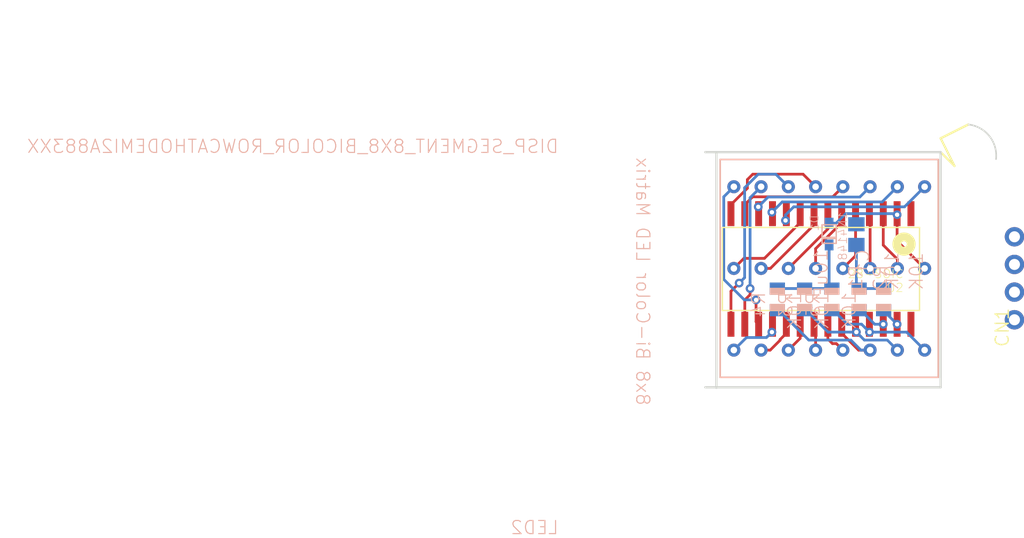
<source format=kicad_pcb>
(kicad_pcb (version 20171130) (host pcbnew "(5.0.0-rc2-dev-623-g26197c333)")

  (general
    (thickness 1.6)
    (drawings 21)
    (tracks 135)
    (zones 0)
    (modules 10)
    (nets 30)
  )

  (page A4)
  (layers
    (0 Top signal)
    (1 Route2 signal)
    (2 Route3 signal)
    (3 Route4 signal)
    (4 Route5 signal)
    (5 Route6 signal)
    (6 Route7 signal)
    (7 Route8 signal)
    (8 Route9 signal)
    (9 Route10 signal)
    (10 Route11 signal)
    (11 Route12 signal)
    (12 Route13 signal)
    (13 Route14 signal)
    (14 Route15 signal)
    (31 Bottom signal)
    (32 B.Adhes user hide)
    (33 F.Adhes user hide)
    (34 B.Paste user hide)
    (35 F.Paste user hide)
    (36 B.SilkS user)
    (37 F.SilkS user hide)
    (38 B.Mask user hide)
    (39 F.Mask user hide)
    (40 Dwgs.User user hide)
    (41 Cmts.User user hide)
    (42 Eco1.User user hide)
    (43 Eco2.User user hide)
    (44 Edge.Cuts user hide)
    (45 Margin user hide)
    (46 B.CrtYd user hide)
    (47 F.CrtYd user hide)
    (48 B.Fab user hide)
    (49 F.Fab user hide)
  )

  (setup
    (last_trace_width 0.25)
    (trace_clearance 0.2)
    (zone_clearance 0.508)
    (zone_45_only no)
    (trace_min 0.2)
    (segment_width 0.2)
    (edge_width 0.15)
    (via_size 0.8)
    (via_drill 0.4)
    (via_min_size 0.4)
    (via_min_drill 0.3)
    (uvia_size 0.3)
    (uvia_drill 0.1)
    (uvias_allowed no)
    (uvia_min_size 0.2)
    (uvia_min_drill 0.1)
    (pcb_text_width 0.3)
    (pcb_text_size 1.5 1.5)
    (mod_edge_width 0.15)
    (mod_text_size 1 1)
    (mod_text_width 0.15)
    (pad_size 1.524 1.524)
    (pad_drill 0.762)
    (pad_to_mask_clearance 0.2)
    (aux_axis_origin 0 0)
    (visible_elements 7FFFFFFF)
    (pcbplotparams
      (layerselection 0x010fc_ffffffff)
      (usegerberextensions false)
      (usegerberattributes false)
      (usegerberadvancedattributes false)
      (creategerberjobfile false)
      (excludeedgelayer true)
      (linewidth 0.100000)
      (plotframeref false)
      (viasonmask false)
      (mode 1)
      (useauxorigin false)
      (hpglpennumber 1)
      (hpglpenspeed 20)
      (hpglpendiameter 15)
      (psnegative false)
      (psa4output false)
      (plotreference true)
      (plotvalue true)
      (plotinvisibletext false)
      (padsonsilk false)
      (subtractmaskfromsilk false)
      (outputformat 1)
      (mirror false)
      (drillshape 1)
      (scaleselection 1)
      (outputdirectory ""))
  )

  (net 0 "")
  (net 1 VDD)
  (net 2 GND)
  (net 3 /SCL)
  (net 4 /SDA)
  (net 5 /A1)
  (net 6 /A0)
  (net 7 "Net-(D1-PadC)")
  (net 8 "Net-(LED2-Pad13)")
  (net 9 "Net-(LED2-Pad14)")
  (net 10 "Net-(LED2-Pad15)")
  (net 11 "Net-(LED2-Pad12)")
  (net 12 "Net-(LED2-Pad11)")
  (net 13 "Net-(LED2-Pad10)")
  (net 14 "Net-(LED2-Pad9)")
  (net 15 /A2)
  (net 16 "Net-(LED2-Pad23)")
  (net 17 "Net-(D1-PadA)")
  (net 18 "Net-(LED2-Pad20)")
  (net 19 "Net-(LED2-Pad19)")
  (net 20 "Net-(LED2-Pad17)")
  (net 21 "Net-(LED2-Pad5)")
  (net 22 "Net-(LED2-Pad4)")
  (net 23 "Net-(LED2-Pad24)")
  (net 24 "Net-(LED2-Pad22)")
  (net 25 "Net-(LED2-Pad21)")
  (net 26 "Net-(LED2-Pad18)")
  (net 27 "Net-(LED2-Pad3)")
  (net 28 "Net-(LED2-Pad2)")
  (net 29 "Net-(LED2-Pad1)")

  (net_class Default "This is the default net class."
    (clearance 0.2)
    (trace_width 0.25)
    (via_dia 0.8)
    (via_drill 0.4)
    (uvia_dia 0.3)
    (uvia_drill 0.1)
    (add_net /A0)
    (add_net /A1)
    (add_net /A2)
    (add_net /SCL)
    (add_net /SDA)
    (add_net GND)
    (add_net "Net-(D1-PadA)")
    (add_net "Net-(D1-PadC)")
    (add_net "Net-(LED2-Pad1)")
    (add_net "Net-(LED2-Pad10)")
    (add_net "Net-(LED2-Pad11)")
    (add_net "Net-(LED2-Pad12)")
    (add_net "Net-(LED2-Pad13)")
    (add_net "Net-(LED2-Pad14)")
    (add_net "Net-(LED2-Pad15)")
    (add_net "Net-(LED2-Pad17)")
    (add_net "Net-(LED2-Pad18)")
    (add_net "Net-(LED2-Pad19)")
    (add_net "Net-(LED2-Pad2)")
    (add_net "Net-(LED2-Pad20)")
    (add_net "Net-(LED2-Pad21)")
    (add_net "Net-(LED2-Pad22)")
    (add_net "Net-(LED2-Pad23)")
    (add_net "Net-(LED2-Pad24)")
    (add_net "Net-(LED2-Pad3)")
    (add_net "Net-(LED2-Pad4)")
    (add_net "Net-(LED2-Pad5)")
    (add_net "Net-(LED2-Pad9)")
    (add_net VDD)
  )

  (module "Adafruit bicolor 8x8:R0805" (layer Bottom) (tedit 0) (tstamp 5AF09EE7)
    (at 145 107.5 270)
    (descr "<b>RESISTOR</b><p>\nchip")
    (path /2A684572)
    (fp_text reference R3 (at -0.762 1.016 270) (layer B.SilkS)
      (effects (font (size 1.2065 1.2065) (thickness 0.1016)) (justify left bottom mirror))
    )
    (fp_text value 10K (at -0.762 -2.286 270) (layer B.SilkS)
      (effects (font (size 1.2065 1.2065) (thickness 0.1016)) (justify left bottom mirror))
    )
    (fp_poly (pts (xy -0.1999 -0.5001) (xy 0.1999 -0.5001) (xy 0.1999 0.5001) (xy -0.1999 0.5001)) (layer B.Adhes) (width 0))
    (fp_poly (pts (xy -1.0668 -0.6985) (xy -0.4168 -0.6985) (xy -0.4168 0.7015) (xy -1.0668 0.7015)) (layer B.SilkS) (width 0))
    (fp_poly (pts (xy 0.4064 -0.6985) (xy 1.0564 -0.6985) (xy 1.0564 0.7015) (xy 0.4064 0.7015)) (layer B.SilkS) (width 0))
    (fp_line (start -1.973 -0.983) (end -1.973 0.983) (layer Dwgs.User) (width 0.0508))
    (fp_line (start 1.973 -0.983) (end -1.973 -0.983) (layer Dwgs.User) (width 0.0508))
    (fp_line (start 1.973 0.983) (end 1.973 -0.983) (layer Dwgs.User) (width 0.0508))
    (fp_line (start -1.973 0.983) (end 1.973 0.983) (layer Dwgs.User) (width 0.0508))
    (fp_line (start -0.41 -0.635) (end 0.41 -0.635) (layer B.Fab) (width 0.1524))
    (fp_line (start -0.41 0.635) (end 0.41 0.635) (layer B.Fab) (width 0.1524))
    (pad 2 smd rect (at 1 0 270) (size 1.1 1.4) (layers Bottom B.Paste B.Mask)
      (net 5 /A1) (solder_mask_margin 0.1016))
    (pad 1 smd rect (at -1 0 270) (size 1.1 1.4) (layers Bottom B.Paste B.Mask)
      (net 7 "Net-(D1-PadC)") (solder_mask_margin 0.1016))
  )

  (module "Adafruit bicolor 8x8:C0805" (layer Bottom) (tedit 0) (tstamp 5AE9B8A1)
    (at 149.75 101.55 90)
    (descr "<b>CAPACITOR</b><p>\nPad definition corrected 2006.05.15, librarian@cadsoft.de")
    (path /E7D47EA7)
    (fp_text reference C1 (at -1.27 1.27 90) (layer B.SilkS)
      (effects (font (size 1.2065 1.2065) (thickness 0.1016)) (justify left bottom mirror))
    )
    (fp_text value 10uF (at -1.27 -2.54 90) (layer B.SilkS)
      (effects (font (size 1.2065 1.2065) (thickness 0.1016)) (justify left bottom mirror))
    )
    (fp_poly (pts (xy -0.1001 -0.4001) (xy 0.1001 -0.4001) (xy 0.1001 0.4001) (xy -0.1001 0.4001)) (layer B.Adhes) (width 0))
    (fp_poly (pts (xy 0.3556 -0.7239) (xy 1.1057 -0.7239) (xy 1.1057 0.7262) (xy 0.3556 0.7262)) (layer B.Fab) (width 0))
    (fp_poly (pts (xy -1.0922 -0.7239) (xy -0.3421 -0.7239) (xy -0.3421 0.7262) (xy -1.0922 0.7262)) (layer B.Fab) (width 0))
    (fp_line (start 1.973 0.983) (end 1.973 -0.983) (layer Dwgs.User) (width 0.0508))
    (fp_line (start -0.356 -0.66) (end 0.381 -0.66) (layer B.Fab) (width 0.1016))
    (fp_line (start -0.381 0.66) (end 0.381 0.66) (layer B.Fab) (width 0.1016))
    (fp_line (start -1.973 -0.983) (end -1.973 0.983) (layer Dwgs.User) (width 0.0508))
    (fp_line (start 1.973 -0.983) (end -1.973 -0.983) (layer Dwgs.User) (width 0.0508))
    (fp_line (start -1.973 0.983) (end 1.973 0.983) (layer Dwgs.User) (width 0.0508))
    (pad 2 smd rect (at 0.95 0 90) (size 1.3 1.5) (layers Bottom B.Paste B.Mask)
      (net 2 GND) (solder_mask_margin 0.1016))
    (pad 1 smd rect (at -0.95 0 90) (size 1.3 1.5) (layers Bottom B.Paste B.Mask)
      (net 1 VDD) (solder_mask_margin 0.1016))
  )

  (module "Adafruit bicolor 8x8:R0805" (layer Bottom) (tedit 0) (tstamp 5AF1B281)
    (at 150 107.5 270)
    (descr "<b>RESISTOR</b><p>\nchip")
    (path /DE04AF3C)
    (fp_text reference R1 (at -0.762 1.016 270) (layer B.SilkS)
      (effects (font (size 1.2065 1.2065) (thickness 0.1016)) (justify right top mirror))
    )
    (fp_text value 10K (at -0.762 -2.286 270) (layer B.SilkS)
      (effects (font (size 1.2065 1.2065) (thickness 0.1016)) (justify right top mirror))
    )
    (fp_poly (pts (xy -0.1999 -0.5001) (xy 0.1999 -0.5001) (xy 0.1999 0.5001) (xy -0.1999 0.5001)) (layer B.Adhes) (width 0))
    (fp_poly (pts (xy -1.0668 -0.6985) (xy -0.4168 -0.6985) (xy -0.4168 0.7015) (xy -1.0668 0.7015)) (layer B.SilkS) (width 0))
    (fp_poly (pts (xy 0.4064 -0.6985) (xy 1.0564 -0.6985) (xy 1.0564 0.7015) (xy 0.4064 0.7015)) (layer B.SilkS) (width 0))
    (fp_line (start -1.973 -0.983) (end -1.973 0.983) (layer Dwgs.User) (width 0.0508))
    (fp_line (start 1.973 -0.983) (end -1.973 -0.983) (layer Dwgs.User) (width 0.0508))
    (fp_line (start 1.973 0.983) (end 1.973 -0.983) (layer Dwgs.User) (width 0.0508))
    (fp_line (start -1.973 0.983) (end 1.973 0.983) (layer Dwgs.User) (width 0.0508))
    (fp_line (start -0.41 -0.635) (end 0.41 -0.635) (layer B.Fab) (width 0.1524))
    (fp_line (start -0.41 0.635) (end 0.41 0.635) (layer B.Fab) (width 0.1524))
    (pad 2 smd rect (at 1 0 270) (size 1.1 1.4) (layers Bottom B.Paste B.Mask)
      (net 3 /SCL) (solder_mask_margin 0.1016))
    (pad 1 smd rect (at -1 0 270) (size 1.1 1.4) (layers Bottom B.Paste B.Mask)
      (net 1 VDD) (solder_mask_margin 0.1016))
  )

  (module "Adafruit bicolor 8x8:788AHG" (layer Bottom) (tedit 5AF04231) (tstamp 5AEB611F)
    (at 138.51 112.155)
    (descr "<b>Source: </b>http://www.betlux.com/product/led_dot_matrix/BL-M12A883xx.PDF")
    (path /221661FE)
    (fp_text reference LED2 (at -16 17) (layer B.SilkS)
      (effects (font (size 1.2065 1.2065) (thickness 0.1016)) (justify left bottom mirror))
    )
    (fp_text value DISP_SEGMENT_8X8_BICOLOR_ROWCATHODEMI2A883XX (at -16 -18) (layer B.SilkS)
      (effects (font (size 1.2065 1.2065) (thickness 0.1016)) (justify left bottom mirror))
    )
    (fp_poly (pts (xy 22.47 9.96) (xy 25.47 9.96) (xy 25.47 12.96) (xy 22.47 12.96)) (layer B.Fab) (width 0))
    (fp_line (start -1.25 2.5) (end 18.75 2.5) (layer B.SilkS) (width 0.15))
    (fp_line (start 18.75 2.5) (end 18.75 -17.5) (layer B.SilkS) (width 0.15))
    (fp_line (start 18.75 -17.5) (end -1.25 -17.5) (layer B.SilkS) (width 0.15))
    (fp_line (start -1.25 -17.5) (end -1.25 2.5) (layer B.SilkS) (width 0.15))
    (pad 24 thru_hole circle (at 17.5 -15 180) (size 1.2 1.2) (drill 0.6) (layers *.Cu *.Mask)
      (net 23 "Net-(LED2-Pad24)") (solder_mask_margin 0.1016))
    (pad 23 thru_hole circle (at 15 -15 180) (size 1.2 1.2) (drill 0.6) (layers *.Cu *.Mask)
      (net 16 "Net-(LED2-Pad23)") (solder_mask_margin 0.1016))
    (pad 22 thru_hole circle (at 12.5 -15 180) (size 1.2 1.2) (drill 0.6) (layers *.Cu *.Mask)
      (net 24 "Net-(LED2-Pad22)") (solder_mask_margin 0.1016))
    (pad 21 thru_hole circle (at 10 -15 180) (size 1.2 1.2) (drill 0.6) (layers *.Cu *.Mask)
      (net 25 "Net-(LED2-Pad21)") (solder_mask_margin 0.1016))
    (pad 20 thru_hole circle (at 7.5 -15 180) (size 1.2 1.2) (drill 0.6) (layers *.Cu *.Mask)
      (net 18 "Net-(LED2-Pad20)") (solder_mask_margin 0.1016))
    (pad 19 thru_hole circle (at 5 -15 180) (size 1.2 1.2) (drill 0.6) (layers *.Cu *.Mask)
      (net 19 "Net-(LED2-Pad19)") (solder_mask_margin 0.1016))
    (pad 18 thru_hole circle (at 2.5 -15 180) (size 1.2 1.2) (drill 0.6) (layers *.Cu *.Mask)
      (net 26 "Net-(LED2-Pad18)") (solder_mask_margin 0.1016))
    (pad 17 thru_hole circle (at 0 -15 180) (size 1.2 1.2) (drill 0.6) (layers *.Cu *.Mask)
      (net 20 "Net-(LED2-Pad17)") (solder_mask_margin 0.1016))
    (pad 16 thru_hole circle (at 17.5 -7.5 180) (size 1.2 1.2) (drill 0.6) (layers *.Cu *.Mask)
      (net 17 "Net-(D1-PadA)") (solder_mask_margin 0.1016))
    (pad 15 thru_hole circle (at 15 -7.5 180) (size 1.2 1.2) (drill 0.6) (layers *.Cu *.Mask)
      (net 10 "Net-(LED2-Pad15)") (solder_mask_margin 0.1016))
    (pad 14 thru_hole circle (at 12.5 -7.5 180) (size 1.2 1.2) (drill 0.6) (layers *.Cu *.Mask)
      (net 9 "Net-(LED2-Pad14)") (solder_mask_margin 0.1016))
    (pad 13 thru_hole circle (at 10 -7.5 180) (size 1.2 1.2) (drill 0.6) (layers *.Cu *.Mask)
      (net 8 "Net-(LED2-Pad13)") (solder_mask_margin 0.1016))
    (pad 12 thru_hole circle (at 7.5 -7.5 180) (size 1.2 1.2) (drill 0.6) (layers *.Cu *.Mask)
      (net 11 "Net-(LED2-Pad12)") (solder_mask_margin 0.1016))
    (pad 11 thru_hole circle (at 5 -7.5 180) (size 1.2 1.2) (drill 0.6) (layers *.Cu *.Mask)
      (net 12 "Net-(LED2-Pad11)") (solder_mask_margin 0.1016))
    (pad 10 thru_hole circle (at 2.5 -7.5 180) (size 1.2 1.2) (drill 0.6) (layers *.Cu *.Mask)
      (net 13 "Net-(LED2-Pad10)") (solder_mask_margin 0.1016))
    (pad 9 thru_hole circle (at 0 -7.5 180) (size 1.2 1.2) (drill 0.6) (layers *.Cu *.Mask)
      (net 14 "Net-(LED2-Pad9)") (solder_mask_margin 0.1016))
    (pad 8 thru_hole circle (at 17.5 0 180) (size 1.2 1.2) (drill 0.6) (layers *.Cu *.Mask)
      (net 15 /A2) (solder_mask_margin 0.1016))
    (pad 7 thru_hole circle (at 15 0 180) (size 1.2 1.2) (drill 0.6) (layers *.Cu *.Mask)
      (net 5 /A1) (solder_mask_margin 0.1016))
    (pad 6 thru_hole circle (at 12.5 0 180) (size 1.2 1.2) (drill 0.6) (layers *.Cu *.Mask)
      (net 6 /A0) (solder_mask_margin 0.1016))
    (pad 5 thru_hole circle (at 10 0 180) (size 1.2 1.2) (drill 0.6) (layers *.Cu *.Mask)
      (net 21 "Net-(LED2-Pad5)") (solder_mask_margin 0.1016))
    (pad 4 thru_hole circle (at 7.5 0 180) (size 1.2 1.2) (drill 0.6) (layers *.Cu *.Mask)
      (net 22 "Net-(LED2-Pad4)") (solder_mask_margin 0.1016))
    (pad 3 thru_hole circle (at 5 0 180) (size 1.2 1.2) (drill 0.6) (layers *.Cu *.Mask)
      (net 27 "Net-(LED2-Pad3)") (solder_mask_margin 0.1016))
    (pad 2 thru_hole circle (at 2.5 0 180) (size 1.2 1.2) (drill 0.6) (layers *.Cu *.Mask)
      (net 28 "Net-(LED2-Pad2)") (solder_mask_margin 0.1016))
    (pad 1 thru_hole circle (at 0 0 180) (size 1.2 1.2) (drill 0.6) (layers *.Cu *.Mask)
      (net 29 "Net-(LED2-Pad1)") (solder_mask_margin 0.1016))
  )

  (module "Adafruit bicolor 8x8:SOP28_300MIL" (layer Top) (tedit 0) (tstamp 5AF1AF32)
    (at 146.5 104.705 180)
    (path /73CE8659)
    (fp_text reference U2 (at -7.62 -1.27 180) (layer F.SilkS)
      (effects (font (size 0.77216 0.77216) (thickness 0.065024)) (justify right top))
    )
    (fp_text value 28-SOIC (at -7.62 0 180) (layer F.SilkS)
      (effects (font (size 0.77216 0.77216) (thickness 0.065024)) (justify right top))
    )
    (fp_line (start 9.0424 3.81) (end 9.0424 -3.81) (layer F.Fab) (width 0.127))
    (fp_line (start 9.0424 -3.81) (end -9.0424 -3.81) (layer F.Fab) (width 0.127))
    (fp_line (start -9.0424 -3.81) (end -9.0424 3.81) (layer F.Fab) (width 0.127))
    (fp_line (start -9.0424 3.81) (end 9.0424 3.81) (layer F.Fab) (width 0.127))
    (fp_line (start 8.8646 3.302) (end 8.8646 -3.302) (layer F.Fab) (width 0.127))
    (fp_line (start 8.8646 -3.302) (end -8.8646 -3.302) (layer F.Fab) (width 0.127))
    (fp_line (start -8.8646 -3.302) (end -8.8646 3.302) (layer F.Fab) (width 0.127))
    (fp_line (start -8.8646 3.302) (end 8.8646 3.302) (layer F.Fab) (width 0.127))
    (fp_line (start 9.0424 -3.81) (end -9.0424 -3.81) (layer F.SilkS) (width 0.127))
    (fp_line (start -9.0424 -3.81) (end -9.0424 3.81) (layer F.SilkS) (width 0.127))
    (fp_line (start 9.0424 3.81) (end 9.0424 -3.81) (layer F.SilkS) (width 0.127))
    (fp_line (start -9.0424 3.81) (end 9.0424 3.81) (layer F.SilkS) (width 0.127))
    (fp_circle (center -7.62 2.286) (end -7.366 2.286) (layer F.SilkS) (width 0.8128))
    (fp_poly (pts (xy -8.509 5.588) (xy -8.001 5.588) (xy -8.001 3.8735) (xy -8.509 3.8735)) (layer F.Fab) (width 0))
    (fp_poly (pts (xy -7.239 5.5879) (xy -6.731 5.5879) (xy -6.731 3.8735) (xy -7.239 3.8735)) (layer F.Fab) (width 0))
    (fp_poly (pts (xy -5.969 5.5879) (xy -5.461 5.5879) (xy -5.461 3.8735) (xy -5.969 3.8735)) (layer F.Fab) (width 0))
    (fp_poly (pts (xy -4.699 5.5879) (xy -4.191 5.5879) (xy -4.191 3.8735) (xy -4.699 3.8735)) (layer F.Fab) (width 0))
    (fp_poly (pts (xy -3.429 5.5879) (xy -2.921 5.5879) (xy -2.921 3.8735) (xy -3.429 3.8735)) (layer F.Fab) (width 0))
    (fp_poly (pts (xy -2.159 5.5879) (xy -1.651 5.5879) (xy -1.651 3.8735) (xy -2.159 3.8735)) (layer F.Fab) (width 0))
    (fp_poly (pts (xy -0.889 5.5879) (xy -0.381 5.5879) (xy -0.381 3.8735) (xy -0.889 3.8735)) (layer F.Fab) (width 0))
    (fp_poly (pts (xy 0.381 5.5879) (xy 0.889 5.5879) (xy 0.889 3.8735) (xy 0.381 3.8735)) (layer F.Fab) (width 0))
    (fp_poly (pts (xy 1.651 5.5879) (xy 2.159 5.5879) (xy 2.159 3.8735) (xy 1.651 3.8735)) (layer F.Fab) (width 0))
    (fp_poly (pts (xy 2.921 5.5879) (xy 3.429 5.5879) (xy 3.429 3.8735) (xy 2.921 3.8735)) (layer F.Fab) (width 0))
    (fp_poly (pts (xy 4.191 5.5879) (xy 4.699 5.5879) (xy 4.699 3.8735) (xy 4.191 3.8735)) (layer F.Fab) (width 0))
    (fp_poly (pts (xy 5.461 5.5879) (xy 5.969 5.5879) (xy 5.969 3.8735) (xy 5.461 3.8735)) (layer F.Fab) (width 0))
    (fp_poly (pts (xy 6.731 5.5879) (xy 7.239 5.5879) (xy 7.239 3.8735) (xy 6.731 3.8735)) (layer F.Fab) (width 0))
    (fp_poly (pts (xy 8.001 5.5879) (xy 8.509 5.5879) (xy 8.509 3.8735) (xy 8.001 3.8735)) (layer F.Fab) (width 0))
    (fp_poly (pts (xy 8.509 -5.5879) (xy 8.001 -5.5879) (xy 8.001 -3.8735) (xy 8.509 -3.8735)) (layer F.Fab) (width 0))
    (fp_poly (pts (xy 7.239 -5.5879) (xy 6.731 -5.5879) (xy 6.731 -3.8735) (xy 7.239 -3.8735)) (layer F.Fab) (width 0))
    (fp_poly (pts (xy 5.969 -5.5879) (xy 5.461 -5.5879) (xy 5.461 -3.8735) (xy 5.969 -3.8735)) (layer F.Fab) (width 0))
    (fp_poly (pts (xy 4.699 -5.5879) (xy 4.191 -5.5879) (xy 4.191 -3.8735) (xy 4.699 -3.8735)) (layer F.Fab) (width 0))
    (fp_poly (pts (xy 3.429 -5.5879) (xy 2.921 -5.5879) (xy 2.921 -3.8735) (xy 3.429 -3.8735)) (layer F.Fab) (width 0))
    (fp_poly (pts (xy 2.159 -5.5879) (xy 1.651 -5.5879) (xy 1.651 -3.8735) (xy 2.159 -3.8735)) (layer F.Fab) (width 0))
    (fp_poly (pts (xy 0.889 -5.5879) (xy 0.381 -5.5879) (xy 0.381 -3.8735) (xy 0.889 -3.8735)) (layer F.Fab) (width 0))
    (fp_poly (pts (xy -0.381 -5.5879) (xy -0.889 -5.5879) (xy -0.889 -3.8735) (xy -0.381 -3.8735)) (layer F.Fab) (width 0))
    (fp_poly (pts (xy -1.651 -5.5879) (xy -2.159 -5.5879) (xy -2.159 -3.8735) (xy -1.651 -3.8735)) (layer F.Fab) (width 0))
    (fp_poly (pts (xy -2.921 -5.5879) (xy -3.429 -5.5879) (xy -3.429 -3.8735) (xy -2.921 -3.8735)) (layer F.Fab) (width 0))
    (fp_poly (pts (xy -4.191 -5.5879) (xy -4.699 -5.5879) (xy -4.699 -3.8735) (xy -4.191 -3.8735)) (layer F.Fab) (width 0))
    (fp_poly (pts (xy -5.461 -5.5879) (xy -5.969 -5.5879) (xy -5.969 -3.8735) (xy -5.461 -3.8735)) (layer F.Fab) (width 0))
    (fp_poly (pts (xy -6.731 -5.5879) (xy -7.239 -5.5879) (xy -7.239 -3.8735) (xy -6.731 -3.8735)) (layer F.Fab) (width 0))
    (fp_poly (pts (xy -8.001 -5.5879) (xy -8.509 -5.5879) (xy -8.509 -3.8735) (xy -8.001 -3.8735)) (layer F.Fab) (width 0))
    (pad P$1 smd rect (at -8.255 5.08 180) (size 0.635 2.286) (layers Top F.Paste F.Mask)
      (net 2 GND) (solder_mask_margin 0.1016))
    (pad P$2 smd rect (at -6.985 5.08 180) (size 0.635 2.286) (layers Top F.Paste F.Mask)
      (net 17 "Net-(D1-PadA)") (solder_mask_margin 0.1016))
    (pad P$3 smd rect (at -5.715 5.08 180) (size 0.635 2.286) (layers Top F.Paste F.Mask)
      (net 10 "Net-(LED2-Pad15)") (solder_mask_margin 0.1016))
    (pad P$4 smd rect (at -4.445 5.08 180) (size 0.635 2.286) (layers Top F.Paste F.Mask)
      (net 9 "Net-(LED2-Pad14)") (solder_mask_margin 0.1016))
    (pad P$5 smd rect (at -3.175 5.08 180) (size 0.635 2.286) (layers Top F.Paste F.Mask)
      (net 8 "Net-(LED2-Pad13)") (solder_mask_margin 0.1016))
    (pad P$6 smd rect (at -1.905 5.08 180) (size 0.635 2.286) (layers Top F.Paste F.Mask)
      (net 11 "Net-(LED2-Pad12)") (solder_mask_margin 0.1016))
    (pad P$7 smd rect (at -0.635 5.08 180) (size 0.635 2.286) (layers Top F.Paste F.Mask)
      (net 12 "Net-(LED2-Pad11)") (solder_mask_margin 0.1016))
    (pad P$8 smd rect (at 0.635 5.08 180) (size 0.635 2.286) (layers Top F.Paste F.Mask)
      (net 13 "Net-(LED2-Pad10)") (solder_mask_margin 0.1016))
    (pad P$9 smd rect (at 1.905 5.08 180) (size 0.635 2.286) (layers Top F.Paste F.Mask)
      (net 14 "Net-(LED2-Pad9)") (solder_mask_margin 0.1016))
    (pad P$10 smd rect (at 3.175 5.08 180) (size 0.635 2.286) (layers Top F.Paste F.Mask)
      (net 23 "Net-(LED2-Pad24)") (solder_mask_margin 0.1016))
    (pad P$11 smd rect (at 4.445 5.08 180) (size 0.635 2.286) (layers Top F.Paste F.Mask)
      (net 16 "Net-(LED2-Pad23)") (solder_mask_margin 0.1016))
    (pad P$12 smd rect (at 5.715 5.08 180) (size 0.635 2.286) (layers Top F.Paste F.Mask)
      (net 24 "Net-(LED2-Pad22)") (solder_mask_margin 0.1016))
    (pad P$13 smd rect (at 6.985 5.08 180) (size 0.635 2.286) (layers Top F.Paste F.Mask)
      (net 25 "Net-(LED2-Pad21)") (solder_mask_margin 0.1016))
    (pad P$14 smd rect (at 8.255 5.08 180) (size 0.635 2.286) (layers Top F.Paste F.Mask)
      (net 18 "Net-(LED2-Pad20)") (solder_mask_margin 0.1016))
    (pad P$15 smd rect (at 8.255 -5.08) (size 0.635 2.286) (layers Top F.Paste F.Mask)
      (net 19 "Net-(LED2-Pad19)") (solder_mask_margin 0.1016))
    (pad P$16 smd rect (at 6.985 -5.08) (size 0.635 2.286) (layers Top F.Paste F.Mask)
      (net 26 "Net-(LED2-Pad18)") (solder_mask_margin 0.1016))
    (pad P$17 smd rect (at 5.715 -5.08) (size 0.635 2.286) (layers Top F.Paste F.Mask)
      (net 20 "Net-(LED2-Pad17)") (solder_mask_margin 0.1016))
    (pad P$18 smd rect (at 4.445 -5.08) (size 0.635 2.286) (layers Top F.Paste F.Mask)
      (net 29 "Net-(LED2-Pad1)") (solder_mask_margin 0.1016))
    (pad P$19 smd rect (at 3.175 -5.08) (size 0.635 2.286) (layers Top F.Paste F.Mask)
      (net 28 "Net-(LED2-Pad2)") (solder_mask_margin 0.1016))
    (pad P$20 smd rect (at 1.905 -5.08) (size 0.635 2.286) (layers Top F.Paste F.Mask)
      (net 27 "Net-(LED2-Pad3)") (solder_mask_margin 0.1016))
    (pad P$21 smd rect (at 0.635 -5.08) (size 0.635 2.286) (layers Top F.Paste F.Mask)
      (net 22 "Net-(LED2-Pad4)") (solder_mask_margin 0.1016))
    (pad P$22 smd rect (at -0.635 -5.08) (size 0.635 2.286) (layers Top F.Paste F.Mask)
      (net 21 "Net-(LED2-Pad5)") (solder_mask_margin 0.1016))
    (pad P$23 smd rect (at -1.905 -5.08) (size 0.635 2.286) (layers Top F.Paste F.Mask)
      (net 6 /A0) (solder_mask_margin 0.1016))
    (pad P$24 smd rect (at -3.175 -5.08) (size 0.635 2.286) (layers Top F.Paste F.Mask)
      (net 5 /A1) (solder_mask_margin 0.1016))
    (pad P$25 smd rect (at -4.445 -5.08) (size 0.635 2.286) (layers Top F.Paste F.Mask)
      (net 15 /A2) (solder_mask_margin 0.1016))
    (pad P$26 smd rect (at -5.715 -5.08) (size 0.635 2.286) (layers Top F.Paste F.Mask)
      (net 3 /SCL) (solder_mask_margin 0.1016))
    (pad P$27 smd rect (at -6.985 -5.08) (size 0.635 2.286) (layers Top F.Paste F.Mask)
      (net 4 /SDA) (solder_mask_margin 0.1016))
    (pad P$28 smd rect (at -8.255 -5.08) (size 0.635 2.286) (layers Top F.Paste F.Mask)
      (net 1 VDD) (solder_mask_margin 0.1016))
  )

  (module "Adafruit bicolor 8x8:R0805" (layer Bottom) (tedit 0) (tstamp 5AF1B2AB)
    (at 152.25 107.5 270)
    (descr "<b>RESISTOR</b><p>\nchip")
    (path /0F3C4881)
    (fp_text reference R2 (at -0.762 1.016 270) (layer B.SilkS)
      (effects (font (size 1.2065 1.2065) (thickness 0.1016)) (justify right top mirror))
    )
    (fp_text value 10K (at -0.762 -2.286 270) (layer B.SilkS)
      (effects (font (size 1.2065 1.2065) (thickness 0.1016)) (justify right top mirror))
    )
    (fp_poly (pts (xy -0.1999 -0.5001) (xy 0.1999 -0.5001) (xy 0.1999 0.5001) (xy -0.1999 0.5001)) (layer B.Adhes) (width 0))
    (fp_poly (pts (xy -1.0668 -0.6985) (xy -0.4168 -0.6985) (xy -0.4168 0.7015) (xy -1.0668 0.7015)) (layer B.SilkS) (width 0))
    (fp_poly (pts (xy 0.4064 -0.6985) (xy 1.0564 -0.6985) (xy 1.0564 0.7015) (xy 0.4064 0.7015)) (layer B.SilkS) (width 0))
    (fp_line (start -1.973 -0.983) (end -1.973 0.983) (layer Dwgs.User) (width 0.0508))
    (fp_line (start 1.973 -0.983) (end -1.973 -0.983) (layer Dwgs.User) (width 0.0508))
    (fp_line (start 1.973 0.983) (end 1.973 -0.983) (layer Dwgs.User) (width 0.0508))
    (fp_line (start -1.973 0.983) (end 1.973 0.983) (layer Dwgs.User) (width 0.0508))
    (fp_line (start -0.41 -0.635) (end 0.41 -0.635) (layer B.Fab) (width 0.1524))
    (fp_line (start -0.41 0.635) (end 0.41 0.635) (layer B.Fab) (width 0.1524))
    (pad 2 smd rect (at 1 0 270) (size 1.1 1.4) (layers Bottom B.Paste B.Mask)
      (net 4 /SDA) (solder_mask_margin 0.1016))
    (pad 1 smd rect (at -1 0 270) (size 1.1 1.4) (layers Bottom B.Paste B.Mask)
      (net 1 VDD) (solder_mask_margin 0.1016))
  )

  (module "Adafruit bicolor 8x8:1X04-CLEANBIG" (layer Top) (tedit 0) (tstamp 5AE9B866)
    (at 164.25 105.56 90)
    (path /496D2C97)
    (fp_text reference CN1 (at -2.6162 -1.8288 90) (layer F.SilkS)
      (effects (font (size 1.2065 1.2065) (thickness 0.127)) (justify right top))
    )
    (fp_text value 1X4-CLEANBIG (at -2.54 3.175 90) (layer F.SilkS)
      (effects (font (size 1.2065 1.2065) (thickness 0.1016)) (justify right top))
    )
    (fp_poly (pts (xy -4.064 0.254) (xy -3.556 0.254) (xy -3.556 -0.254) (xy -4.064 -0.254)) (layer F.Fab) (width 0))
    (fp_poly (pts (xy -1.524 0.254) (xy -1.016 0.254) (xy -1.016 -0.254) (xy -1.524 -0.254)) (layer F.Fab) (width 0))
    (fp_poly (pts (xy 1.016 0.254) (xy 1.524 0.254) (xy 1.524 -0.254) (xy 1.016 -0.254)) (layer F.Fab) (width 0))
    (fp_poly (pts (xy 3.556 0.254) (xy 4.064 0.254) (xy 4.064 -0.254) (xy 3.556 -0.254)) (layer F.Fab) (width 0))
    (pad 4 thru_hole circle (at 3.81 0 180) (size 1.778 1.778) (drill 1.016) (layers *.Cu *.Mask)
      (net 1 VDD) (solder_mask_margin 0.1016))
    (pad 3 thru_hole circle (at 1.27 0 180) (size 1.778 1.778) (drill 1.016) (layers *.Cu *.Mask)
      (net 2 GND) (solder_mask_margin 0.1016))
    (pad 2 thru_hole circle (at -1.27 0 180) (size 1.778 1.778) (drill 1.016) (layers *.Cu *.Mask)
      (net 4 /SDA) (solder_mask_margin 0.1016))
    (pad 1 thru_hole circle (at -3.81 0 180) (size 1.778 1.778) (drill 1.016) (layers *.Cu *.Mask)
      (net 3 /SCL) (solder_mask_margin 0.1016))
  )

  (module "Adafruit bicolor 8x8:R0805" (layer Bottom) (tedit 0) (tstamp 5AF1B257)
    (at 142.5 107.5 270)
    (descr "<b>RESISTOR</b><p>\nchip")
    (path /30FCCEAE)
    (fp_text reference R4 (at -0.762 1.016 270) (layer B.SilkS)
      (effects (font (size 1.2065 1.2065) (thickness 0.1016)) (justify left bottom mirror))
    )
    (fp_text value 10K (at -0.762 -2.286 270) (layer B.SilkS)
      (effects (font (size 1.2065 1.2065) (thickness 0.1016)) (justify left bottom mirror))
    )
    (fp_poly (pts (xy -0.1999 -0.5001) (xy 0.1999 -0.5001) (xy 0.1999 0.5001) (xy -0.1999 0.5001)) (layer B.Adhes) (width 0))
    (fp_poly (pts (xy -1.0668 -0.6985) (xy -0.4168 -0.6985) (xy -0.4168 0.7015) (xy -1.0668 0.7015)) (layer B.SilkS) (width 0))
    (fp_poly (pts (xy 0.4064 -0.6985) (xy 1.0564 -0.6985) (xy 1.0564 0.7015) (xy 0.4064 0.7015)) (layer B.SilkS) (width 0))
    (fp_line (start -1.973 -0.983) (end -1.973 0.983) (layer Dwgs.User) (width 0.0508))
    (fp_line (start 1.973 -0.983) (end -1.973 -0.983) (layer Dwgs.User) (width 0.0508))
    (fp_line (start 1.973 0.983) (end 1.973 -0.983) (layer Dwgs.User) (width 0.0508))
    (fp_line (start -1.973 0.983) (end 1.973 0.983) (layer Dwgs.User) (width 0.0508))
    (fp_line (start -0.41 -0.635) (end 0.41 -0.635) (layer B.Fab) (width 0.1524))
    (fp_line (start -0.41 0.635) (end 0.41 0.635) (layer B.Fab) (width 0.1524))
    (pad 2 smd rect (at 1 0 270) (size 1.1 1.4) (layers Bottom B.Paste B.Mask)
      (net 6 /A0) (solder_mask_margin 0.1016))
    (pad 1 smd rect (at -1 0 270) (size 1.1 1.4) (layers Bottom B.Paste B.Mask)
      (net 7 "Net-(D1-PadC)") (solder_mask_margin 0.1016))
  )

  (module "Adafruit bicolor 8x8:R0805" (layer Bottom) (tedit 0) (tstamp 5AE9B976)
    (at 147.5 107.5 270)
    (descr "<b>RESISTOR</b><p>\nchip")
    (path /40871C63)
    (fp_text reference R5 (at -0.762 1.016 270) (layer B.SilkS)
      (effects (font (size 1.2065 1.2065) (thickness 0.1016)) (justify left bottom mirror))
    )
    (fp_text value 10K (at -0.762 -2.286 270) (layer B.SilkS)
      (effects (font (size 1.2065 1.2065) (thickness 0.1016)) (justify left bottom mirror))
    )
    (fp_poly (pts (xy -0.1999 -0.5001) (xy 0.1999 -0.5001) (xy 0.1999 0.5001) (xy -0.1999 0.5001)) (layer B.Adhes) (width 0))
    (fp_poly (pts (xy -1.0668 -0.6985) (xy -0.4168 -0.6985) (xy -0.4168 0.7015) (xy -1.0668 0.7015)) (layer B.SilkS) (width 0))
    (fp_poly (pts (xy 0.4064 -0.6985) (xy 1.0564 -0.6985) (xy 1.0564 0.7015) (xy 0.4064 0.7015)) (layer B.SilkS) (width 0))
    (fp_line (start -1.973 -0.983) (end -1.973 0.983) (layer Dwgs.User) (width 0.0508))
    (fp_line (start 1.973 -0.983) (end -1.973 -0.983) (layer Dwgs.User) (width 0.0508))
    (fp_line (start 1.973 0.983) (end 1.973 -0.983) (layer Dwgs.User) (width 0.0508))
    (fp_line (start -1.973 0.983) (end 1.973 0.983) (layer Dwgs.User) (width 0.0508))
    (fp_line (start -0.41 -0.635) (end 0.41 -0.635) (layer B.Fab) (width 0.1524))
    (fp_line (start -0.41 0.635) (end 0.41 0.635) (layer B.Fab) (width 0.1524))
    (pad 2 smd rect (at 1 0 270) (size 1.1 1.4) (layers Bottom B.Paste B.Mask)
      (net 15 /A2) (solder_mask_margin 0.1016))
    (pad 1 smd rect (at -1 0 270) (size 1.1 1.4) (layers Bottom B.Paste B.Mask)
      (net 7 "Net-(D1-PadC)") (solder_mask_margin 0.1016))
  )

  (module "Adafruit bicolor 8x8:SOD-323F" (layer Bottom) (tedit 0) (tstamp 5AF1BB18)
    (at 147.25 101.5 270)
    (path /AE17BF77)
    (fp_text reference D1 (at -1.8 0.9 270) (layer B.SilkS)
      (effects (font (size 0.77216 0.77216) (thickness 0.065024)) (justify left bottom mirror))
    )
    (fp_text value 1N4148 (at -2.1 -1.7 270) (layer B.SilkS)
      (effects (font (size 0.77216 0.77216) (thickness 0.065024)) (justify left bottom mirror))
    )
    (fp_line (start 1.2 -0.2) (end 0.9 -0.2) (layer B.Fab) (width 0.127))
    (fp_line (start 1.2 0.2) (end 1.2 -0.2) (layer B.Fab) (width 0.127))
    (fp_line (start 0.9 0.2) (end 1.2 0.2) (layer B.Fab) (width 0.127))
    (fp_line (start -1.2 -0.2) (end -0.9 -0.2) (layer B.Fab) (width 0.127))
    (fp_line (start -1.2 0.2) (end -1.2 -0.2) (layer B.Fab) (width 0.127))
    (fp_line (start -0.9 0.2) (end -1.2 0.2) (layer B.Fab) (width 0.127))
    (fp_line (start 0.3 -0.6) (end 0.3 0.6) (layer B.SilkS) (width 0.127))
    (fp_line (start 0.4 -0.6) (end 0.3 -0.6) (layer B.SilkS) (width 0.127))
    (fp_line (start 0.4 0.6) (end 0.4 -0.6) (layer B.SilkS) (width 0.127))
    (fp_line (start -0.85 -0.65) (end -0.85 0.65) (layer B.SilkS) (width 0.127))
    (fp_line (start 0.85 -0.65) (end -0.85 -0.65) (layer B.SilkS) (width 0.127))
    (fp_line (start 0.85 0.65) (end 0.85 -0.65) (layer B.SilkS) (width 0.127))
    (fp_line (start -0.85 0.65) (end 0.85 0.65) (layer B.SilkS) (width 0.127))
    (pad C smd rect (at 1 0 270) (size 1 0.8) (layers Bottom B.Paste B.Mask)
      (net 7 "Net-(D1-PadC)") (solder_mask_margin 0.1016))
    (pad A smd rect (at -1 0 270) (size 1 0.8) (layers Bottom B.Paste B.Mask)
      (net 17 "Net-(D1-PadA)") (solder_mask_margin 0.1016))
  )

  (gr_line (start 135.89 93.98) (end 157.48 93.98) (layer Edge.Cuts) (width 0.2))
  (gr_line (start 136.91 115.62) (end 136.91 94.03) (layer Edge.Cuts) (width 0.2))
  (gr_line (start 157.48 115.57) (end 135.89 115.57) (layer Edge.Cuts) (width 0.2))
  (gr_line (start 157.48 93.98) (end 157.48 115.57) (layer Edge.Cuts) (width 0.2))
  (gr_line (start 160.02 91.44) (end 157.48 92.71) (layer F.SilkS) (width 0.2))
  (gr_line (start 157.48 92.71) (end 160.02 91.44) (layer F.SilkS) (width 0.2))
  (gr_line (start 158.75 95.25) (end 157.48 92.71) (layer F.SilkS) (width 0.2))
  (gr_line (start 157.48 93.98) (end 158.75 95.25) (layer F.SilkS) (width 0.2))
  (gr_arc (start 159.7025 94.2975) (end 160.02 91.44) (angle 89.99993806) (layer Edge.Cuts) (width 0.15) (tstamp D735800))
  (gr_text SDA (at 165.5191 103.0986) (layer F.Fab) (tstamp D736480)
    (effects (font (size 0.9652 0.9652) (thickness 0.08128)) (justify right top))
  )
  (gr_text SCL (at 165.5191 100.5586) (layer F.Fab) (tstamp D738820)
    (effects (font (size 0.9652 0.9652) (thickness 0.08128)) (justify right top))
  )
  (gr_text VCC (at 165.5191 108.3056) (layer F.Fab) (tstamp D7374C0)
    (effects (font (size 0.9652 0.9652) (thickness 0.08128)) (justify right top))
  )
  (gr_text GND (at 165.5191 105.7656) (layer F.Fab) (tstamp D7377E0)
    (effects (font (size 0.9652 0.9652) (thickness 0.08128)) (justify right top))
  )
  (gr_text A0 (at 137.0711 108.9406) (layer F.Fab) (tstamp D7376A0)
    (effects (font (size 0.9652 0.9652) (thickness 0.08128)) (justify left bottom))
  )
  (gr_text A1 (at 162.8521 124.8156) (layer F.Fab) (tstamp D738320)
    (effects (font (size 0.9652 0.9652) (thickness 0.08128)) (justify left bottom))
  )
  (gr_text A2 (at 160.5661 124.8156) (layer F.Fab) (tstamp D739900)
    (effects (font (size 0.9652 0.9652) (thickness 0.08128)) (justify left bottom))
  )
  (gr_text D (at 168.0591 102.3366 -90) (layer B.Fab) (tstamp D737E20)
    (effects (font (size 0.9652 0.9652) (thickness 0.08128)) (justify mirror))
  )
  (gr_text C (at 168.0591 99.9236 -90) (layer B.Fab) (tstamp D7386E0)
    (effects (font (size 0.9652 0.9652) (thickness 0.08128)) (justify mirror))
  )
  (gr_text - (at 168.0591 107.4166 -90) (layer B.Fab) (tstamp D738460)
    (effects (font (size 0.9652 0.9652) (thickness 0.08128)) (justify right top mirror))
  )
  (gr_text + (at 167.9321 109.9566) (layer B.Fab) (tstamp D738BE0)
    (effects (font (size 0.9652 0.9652) (thickness 0.08128)) (justify mirror))
  )
  (gr_text "8x8 Bi-Color LED Matrix" (at 129.4511 117.3226 -90) (layer B.SilkS) (tstamp D7371A0)
    (effects (font (size 1.2065 1.2065) (thickness 0.1016)) (justify left bottom mirror))
  )

  (segment (start 149.75 106.25) (end 150 106.5) (width 0.25) (layer Bottom) (net 1))
  (segment (start 149.75 102.5) (end 149.75 106.25) (width 0.25) (layer Bottom) (net 1))
  (segment (start 150 106.5) (end 152.25 106.5) (width 0.25) (layer Bottom) (net 1))
  (via (at 152.215 109.779987) (size 0.8) (drill 0.4) (layers Top Bottom) (net 3))
  (segment (start 151.429987 109.779987) (end 152.215 109.779987) (width 0.25) (layer Bottom) (net 3))
  (segment (start 150.15 108.5) (end 151.429987 109.779987) (width 0.25) (layer Bottom) (net 3))
  (segment (start 150 108.5) (end 150.15 108.5) (width 0.25) (layer Bottom) (net 3))
  (via (at 153.485 109.779987) (size 0.8) (drill 0.4) (layers Top Bottom) (net 4))
  (segment (start 152.25 108.5) (end 152.25 108.544987) (width 0.25) (layer Bottom) (net 4))
  (segment (start 152.25 108.544987) (end 153.485 109.779987) (width 0.25) (layer Bottom) (net 4))
  (via (at 149.75 110.5) (size 0.8) (drill 0.4) (layers Top Bottom) (net 5))
  (segment (start 150.479999 111.229999) (end 150.149999 110.899999) (width 0.25) (layer Bottom) (net 5))
  (segment (start 150.149999 110.899999) (end 149.75 110.5) (width 0.25) (layer Bottom) (net 5))
  (segment (start 152.584999 111.229999) (end 150.479999 111.229999) (width 0.25) (layer Bottom) (net 5))
  (segment (start 153.51 112.155) (end 152.584999 111.229999) (width 0.25) (layer Bottom) (net 5))
  (segment (start 149.184315 110.5) (end 149.75 110.5) (width 0.25) (layer Bottom) (net 5))
  (segment (start 147.15 110.5) (end 149.184315 110.5) (width 0.25) (layer Bottom) (net 5))
  (segment (start 145.15 108.5) (end 147.15 110.5) (width 0.25) (layer Bottom) (net 5))
  (segment (start 145 108.5) (end 145.15 108.5) (width 0.25) (layer Bottom) (net 5))
  (segment (start 148.405 110.6105) (end 148.405 109.785) (width 0.25) (layer Top) (net 6))
  (segment (start 149.9495 112.155) (end 148.405 110.6105) (width 0.25) (layer Top) (net 6))
  (segment (start 151.01 112.155) (end 149.9495 112.155) (width 0.25) (layer Top) (net 6))
  (segment (start 150.161472 112.155) (end 151.01 112.155) (width 0.25) (layer Bottom) (net 6))
  (segment (start 149.236471 111.229999) (end 150.161472 112.155) (width 0.25) (layer Bottom) (net 6))
  (segment (start 145.379999 111.229999) (end 149.236471 111.229999) (width 0.25) (layer Bottom) (net 6))
  (segment (start 142.65 108.5) (end 145.379999 111.229999) (width 0.25) (layer Bottom) (net 6))
  (segment (start 142.5 108.5) (end 142.65 108.5) (width 0.25) (layer Bottom) (net 6))
  (segment (start 142.5 106.5) (end 145 106.5) (width 0.25) (layer Bottom) (net 7))
  (segment (start 145 106.5) (end 147.5 106.5) (width 0.25) (layer Bottom) (net 7))
  (segment (start 147.25 106.25) (end 147.5 106.5) (width 0.25) (layer Bottom) (net 7))
  (segment (start 147.25 102.5) (end 147.25 106.25) (width 0.25) (layer Bottom) (net 7))
  (segment (start 149.675 103.49) (end 149.675 99.625) (width 0.25) (layer Top) (net 8))
  (segment (start 148.51 104.655) (end 149.675 103.49) (width 0.25) (layer Top) (net 8))
  (segment (start 151.01 99.69) (end 150.945 99.625) (width 0.25) (layer Top) (net 9))
  (segment (start 151.01 104.655) (end 151.01 99.69) (width 0.25) (layer Top) (net 9))
  (segment (start 152.215 101.018) (end 152.215 99.625) (width 0.25) (layer Top) (net 10))
  (segment (start 152.215 102.511472) (end 152.215 101.018) (width 0.25) (layer Top) (net 10))
  (segment (start 153.51 103.806472) (end 152.215 102.511472) (width 0.25) (layer Top) (net 10))
  (segment (start 153.51 104.655) (end 153.51 103.806472) (width 0.25) (layer Top) (net 10))
  (segment (start 146.01 104.655) (end 146.01 102.8455) (width 0.25) (layer Top) (net 11))
  (segment (start 148.405 100.4505) (end 148.405 99.625) (width 0.25) (layer Top) (net 11))
  (segment (start 146.01 102.8455) (end 148.405 100.4505) (width 0.25) (layer Top) (net 11))
  (segment (start 147.135 101.03) (end 147.135 99.625) (width 0.25) (layer Top) (net 12))
  (segment (start 143.51 104.655) (end 147.135 101.03) (width 0.25) (layer Top) (net 12))
  (segment (start 145.865 100.648528) (end 145.865 99.625) (width 0.25) (layer Top) (net 13))
  (segment (start 141.858528 104.655) (end 145.865 100.648528) (width 0.25) (layer Top) (net 13))
  (segment (start 141.01 104.655) (end 141.858528 104.655) (width 0.25) (layer Top) (net 13))
  (segment (start 144.595 100.4505) (end 144.595 99.625) (width 0.25) (layer Top) (net 14))
  (segment (start 141.315501 103.729999) (end 144.595 100.4505) (width 0.25) (layer Top) (net 14))
  (segment (start 139.435001 103.729999) (end 141.315501 103.729999) (width 0.25) (layer Top) (net 14))
  (segment (start 138.51 104.655) (end 139.435001 103.729999) (width 0.25) (layer Top) (net 14))
  (via (at 150.955804 110.504987) (size 0.8) (drill 0.4) (layers Top Bottom) (net 15))
  (segment (start 154.359987 110.504987) (end 151.521489 110.504987) (width 0.25) (layer Bottom) (net 15))
  (segment (start 151.521489 110.504987) (end 150.955804 110.504987) (width 0.25) (layer Bottom) (net 15))
  (segment (start 156.01 112.155) (end 154.359987 110.504987) (width 0.25) (layer Bottom) (net 15))
  (segment (start 150.555805 110.104988) (end 150.955804 110.504987) (width 0.25) (layer Bottom) (net 15))
  (segment (start 150.225816 109.774999) (end 150.555805 110.104988) (width 0.25) (layer Bottom) (net 15))
  (segment (start 148.924999 109.774999) (end 150.225816 109.774999) (width 0.25) (layer Bottom) (net 15))
  (segment (start 147.65 108.5) (end 148.924999 109.774999) (width 0.25) (layer Bottom) (net 15))
  (segment (start 147.5 108.5) (end 147.65 108.5) (width 0.25) (layer Bottom) (net 15))
  (via (at 142 99.500006) (size 0.8) (drill 0.4) (layers Top Bottom) (net 16))
  (segment (start 142.950017 98.549989) (end 142.399999 99.100007) (width 0.25) (layer Bottom) (net 16))
  (segment (start 142.399999 99.100007) (end 142 99.500006) (width 0.25) (layer Bottom) (net 16))
  (segment (start 153.51 97.155) (end 152.115011 98.549989) (width 0.25) (layer Bottom) (net 16))
  (segment (start 152.115011 98.549989) (end 142.950017 98.549989) (width 0.25) (layer Bottom) (net 16))
  (segment (start 153.485 102.13) (end 153.485 99.625) (width 0.25) (layer Top) (net 17))
  (segment (start 156.01 104.655) (end 153.485 102.13) (width 0.25) (layer Top) (net 17))
  (via (at 153.485 99.725) (size 0.8) (drill 0.4) (layers Top Bottom) (net 17))
  (segment (start 153.384999 99.624999) (end 153.485 99.725) (width 0.25) (layer Bottom) (net 17))
  (segment (start 148.775001 99.624999) (end 153.384999 99.624999) (width 0.25) (layer Bottom) (net 17))
  (segment (start 147.9 100.5) (end 148.775001 99.624999) (width 0.25) (layer Bottom) (net 17))
  (segment (start 147.25 100.5) (end 147.9 100.5) (width 0.25) (layer Bottom) (net 17))
  (segment (start 138.245 98.7995) (end 138.245 99.625) (width 0.25) (layer Top) (net 18))
  (segment (start 139.75 97.2945) (end 138.245 98.7995) (width 0.25) (layer Top) (net 18))
  (segment (start 139.75 96.5) (end 139.75 97.2945) (width 0.25) (layer Top) (net 18))
  (segment (start 140.25 96) (end 139.75 96.5) (width 0.25) (layer Top) (net 18))
  (segment (start 146.01 97.155) (end 144.855 96) (width 0.25) (layer Top) (net 18))
  (segment (start 144.855 96) (end 140.25 96) (width 0.25) (layer Top) (net 18))
  (segment (start 139.5 105.500008) (end 139.399999 105.600009) (width 0.25) (layer Bottom) (net 19))
  (segment (start 138.600001 106.400007) (end 139 106.000008) (width 0.25) (layer Top) (net 19))
  (segment (start 143.51 97.155) (end 142.355 96) (width 0.25) (layer Bottom) (net 19))
  (segment (start 140.75 96) (end 139.5 97.25) (width 0.25) (layer Bottom) (net 19))
  (segment (start 142.355 96) (end 140.75 96) (width 0.25) (layer Bottom) (net 19))
  (segment (start 139.399999 105.600009) (end 139 106.000008) (width 0.25) (layer Bottom) (net 19))
  (segment (start 139.5 97.25) (end 139.5 105.500008) (width 0.25) (layer Bottom) (net 19))
  (segment (start 138.245 106.755008) (end 138.600001 106.400007) (width 0.25) (layer Top) (net 19))
  (segment (start 138.245 109.785) (end 138.245 106.755008) (width 0.25) (layer Top) (net 19))
  (via (at 139 106.000008) (size 0.8) (drill 0.4) (layers Top Bottom) (net 19))
  (via (at 140.547337 107.541118) (size 0.8) (drill 0.4) (layers Top Bottom) (net 20))
  (segment (start 139.468108 107.541118) (end 140.547337 107.541118) (width 0.25) (layer Bottom) (net 20))
  (segment (start 137.584999 105.658009) (end 139.468108 107.541118) (width 0.25) (layer Bottom) (net 20))
  (segment (start 138.51 97.155) (end 137.584999 98.080001) (width 0.25) (layer Bottom) (net 20))
  (segment (start 137.584999 98.080001) (end 137.584999 105.658009) (width 0.25) (layer Bottom) (net 20))
  (segment (start 140.547337 109.547337) (end 140.785 109.785) (width 0.25) (layer Top) (net 20))
  (segment (start 140.547337 107.541118) (end 140.547337 109.547337) (width 0.25) (layer Top) (net 20))
  (segment (start 147.135 111.135) (end 147.135 109.785) (width 0.25) (layer Top) (net 21))
  (segment (start 147.555001 111.555001) (end 147.135 111.135) (width 0.25) (layer Top) (net 21))
  (segment (start 148.51 112.155) (end 147.910001 111.555001) (width 0.25) (layer Top) (net 21))
  (segment (start 147.910001 111.555001) (end 147.555001 111.555001) (width 0.25) (layer Top) (net 21))
  (segment (start 146.01 109.93) (end 145.865 109.785) (width 0.25) (layer Top) (net 22))
  (segment (start 146.01 112.155) (end 146.01 109.93) (width 0.25) (layer Top) (net 22))
  (via (at 143.25 100.249994) (size 0.8) (drill 0.4) (layers Top Bottom) (net 23))
  (segment (start 143.25 99.75) (end 143.25 100.249994) (width 0.25) (layer Bottom) (net 23))
  (segment (start 144 99) (end 143.25 99.75) (width 0.25) (layer Bottom) (net 23))
  (segment (start 156.01 97.155) (end 154.165 99) (width 0.25) (layer Bottom) (net 23))
  (segment (start 154.165 99) (end 144 99) (width 0.25) (layer Bottom) (net 23))
  (via (at 140.749996 99) (size 0.8) (drill 0.4) (layers Top Bottom) (net 24))
  (segment (start 141.149995 98.600001) (end 140.749996 99) (width 0.25) (layer Bottom) (net 24))
  (segment (start 150.065022 98.099978) (end 141.650018 98.099978) (width 0.25) (layer Bottom) (net 24))
  (segment (start 151.01 97.155) (end 150.065022 98.099978) (width 0.25) (layer Bottom) (net 24))
  (segment (start 141.650018 98.099978) (end 141.149995 98.600001) (width 0.25) (layer Bottom) (net 24))
  (segment (start 139.515 98.7995) (end 139.515 99.625) (width 0.25) (layer Top) (net 25))
  (segment (start 140.234499 98.080001) (end 139.515 98.7995) (width 0.25) (layer Top) (net 25))
  (segment (start 147.584999 98.080001) (end 140.234499 98.080001) (width 0.25) (layer Top) (net 25))
  (segment (start 148.51 97.155) (end 147.584999 98.080001) (width 0.25) (layer Top) (net 25))
  (segment (start 140.000013 98.164987) (end 140.000013 105.934315) (width 0.25) (layer Bottom) (net 26))
  (segment (start 139.99999 106.5) (end 140.000013 106.5) (width 0.25) (layer Top) (net 26))
  (segment (start 140.000013 105.934315) (end 140.000013 106.5) (width 0.25) (layer Bottom) (net 26))
  (segment (start 141.01 97.155) (end 140.000013 98.164987) (width 0.25) (layer Bottom) (net 26))
  (segment (start 139.515 107.550675) (end 139.99999 107.065685) (width 0.25) (layer Top) (net 26))
  (via (at 140.000013 106.5) (size 0.8) (drill 0.4) (layers Top Bottom) (net 26))
  (segment (start 139.99999 107.065685) (end 139.99999 106.5) (width 0.25) (layer Top) (net 26))
  (segment (start 139.515 109.785) (end 139.515 107.550675) (width 0.25) (layer Top) (net 26))
  (segment (start 144.595 111.07) (end 144.595 109.785) (width 0.25) (layer Top) (net 27))
  (segment (start 143.51 112.155) (end 144.595 111.07) (width 0.25) (layer Top) (net 27))
  (segment (start 143.325 110.6105) (end 143.325 109.785) (width 0.25) (layer Top) (net 28))
  (segment (start 142.7575 111.178) (end 143.325 110.6105) (width 0.25) (layer Top) (net 28))
  (segment (start 142.7575 111.2425) (end 142.7575 111.178) (width 0.25) (layer Top) (net 28))
  (segment (start 141.01 112.155) (end 141.845 112.155) (width 0.25) (layer Top) (net 28))
  (segment (start 141.845 112.155) (end 142.7575 111.2425) (width 0.25) (layer Top) (net 28))
  (segment (start 141.500026 111.000016) (end 141.600001 110.900041) (width 0.25) (layer Bottom) (net 29))
  (segment (start 141.600001 110.900041) (end 142 110.500042) (width 0.25) (layer Bottom) (net 29))
  (segment (start 139.664984 111.000016) (end 141.500026 111.000016) (width 0.25) (layer Bottom) (net 29))
  (segment (start 138.51 112.155) (end 139.664984 111.000016) (width 0.25) (layer Bottom) (net 29))
  (via (at 142 110.500042) (size 0.8) (drill 0.4) (layers Top Bottom) (net 29))

  (zone (net 2) (net_name GND) (layer Bottom) (tstamp 5AF1BEDE) (hatch edge 0.508)
    (priority 6)
    (connect_pads (clearance 0))
    (min_thickness 0.3048)
    (fill yes (arc_segments 32) (thermal_gap 0.3548) (thermal_bridge_width 0.3548))
    (polygon
      (pts
        (xy 71.196052 80.01) (xy 112.725052 80.01) (xy 112.725052 113.03) (xy 71.196052 113.03)
      )
    )
  )
)

</source>
